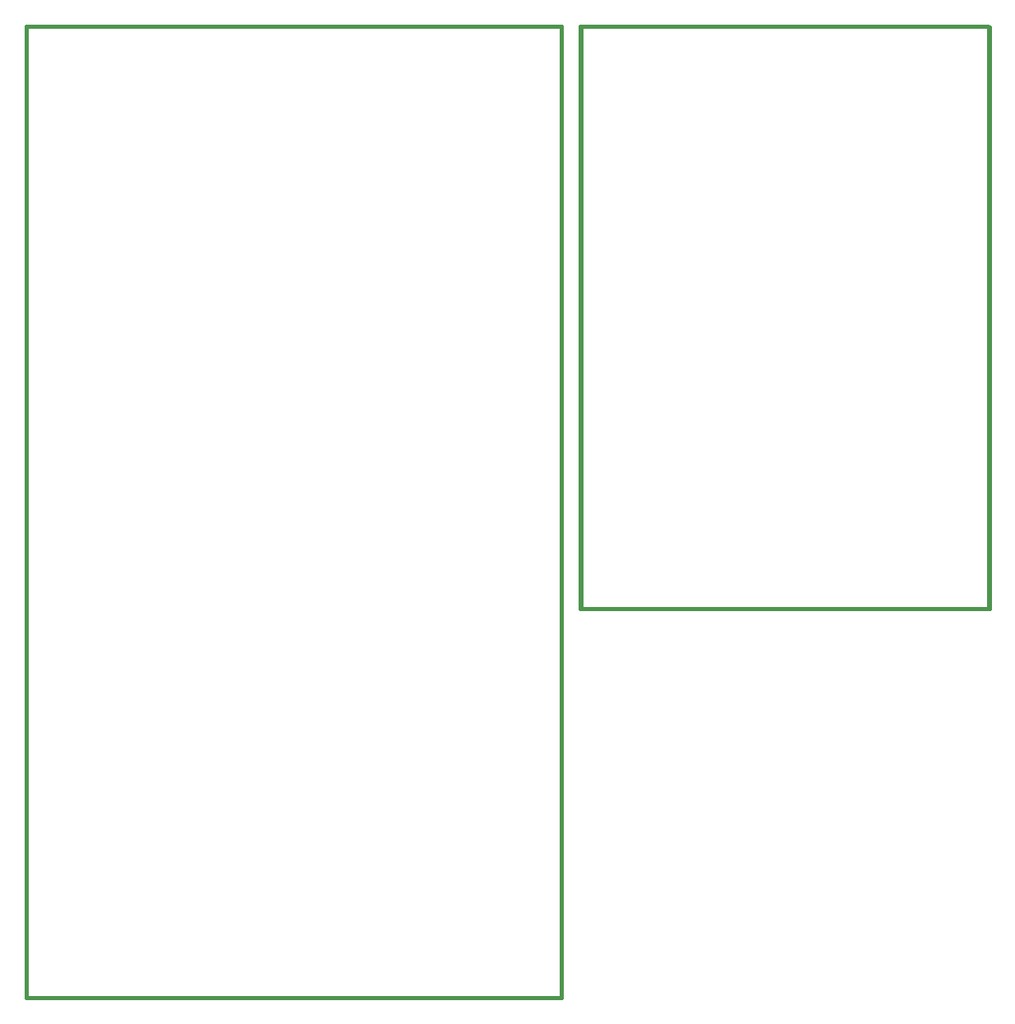
<source format=gko>
G04*
G04 #@! TF.GenerationSoftware,Altium Limited,Altium Designer,24.9.1 (31)*
G04*
G04 Layer_Color=16711935*
%FSLAX44Y44*%
%MOMM*%
G71*
G04*
G04 #@! TF.SameCoordinates,08A160DE-048D-4C44-B89D-0D19DBCE6055*
G04*
G04*
G04 #@! TF.FilePolarity,Positive*
G04*
G01*
G75*
%ADD64C,0.4000*%
D64*
X619760Y2407920D02*
X1040130D01*
X619760D02*
Y3007360D01*
X1038860D01*
X1040130Y3006090D01*
Y2407920D02*
Y3006090D01*
X1039590Y3008090D02*
X1040860Y3006820D01*
Y2408650D02*
Y3006820D01*
X48514Y2007870D02*
X599694D01*
X48514D02*
Y3007870D01*
X599694D01*
Y2007870D02*
Y3007870D01*
X620490Y3008090D02*
X1039590D01*
X620490Y2408650D02*
X1040860D01*
X620490D02*
Y3008090D01*
M02*

</source>
